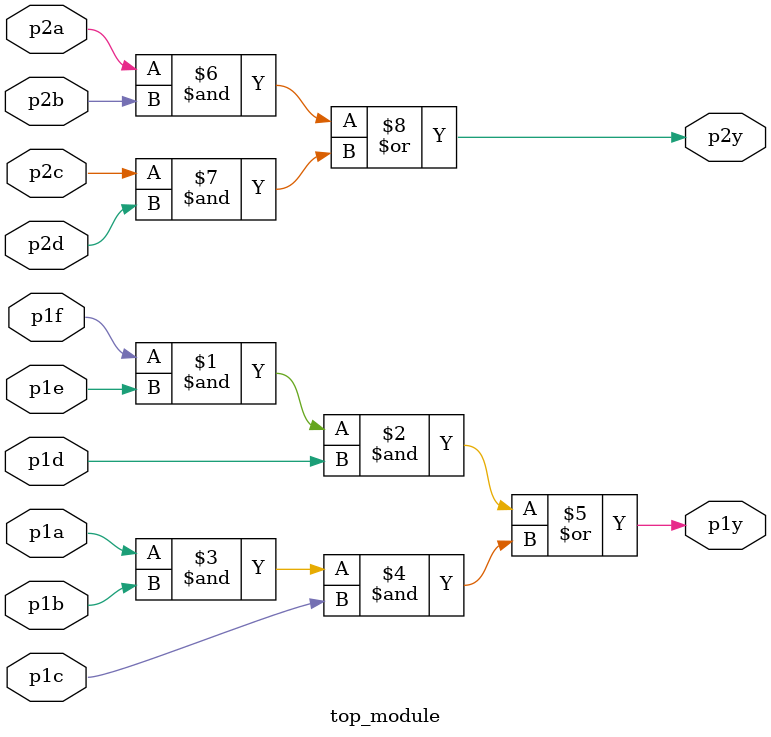
<source format=v>
module top_module ( 
    input p1a, p1b, p1c, p1d, p1e, p1f,
    output p1y,
    input p2a, p2b, p2c, p2d,
    output p2y );
    assign p1y=(p1f & p1e & p1d )|(p1a & p1b & p1c);
    assign p2y=(p2a & p2b) | (p2c & p2d);
endmodule

</source>
